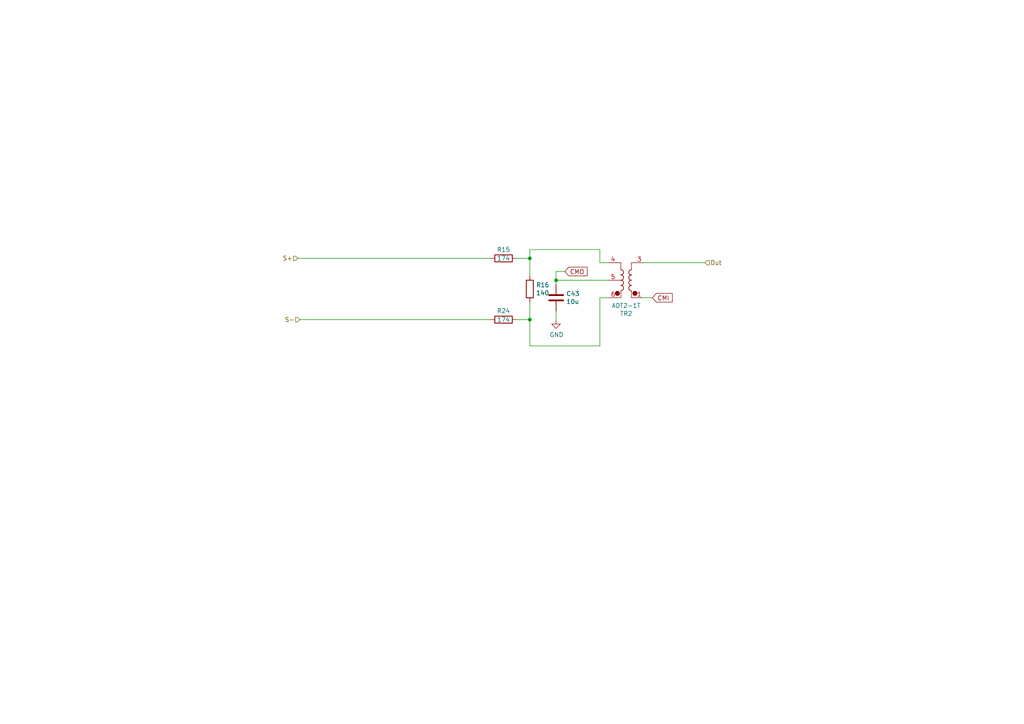
<source format=kicad_sch>
(kicad_sch (version 20211123) (generator eeschema)
  (paper "A4")
  (lib_symbols
    (symbol "Device:C" (pin_numbers hide) (pin_names (offset 0.254))
      (property "Reference" "C" (at 0.635 2.54 0))
      (property "Value" "C" (at 0.635 -2.54 0))
      (symbol "C_0_1"
        (polyline (pts (xy -2.032 -0.762) (xy 2.032 -0.762)) (stroke (width 0.508)))
        (polyline (pts (xy -2.032 0.762) (xy 2.032 0.762)) (stroke (width 0.508)))
      )
      (symbol "C_1_1"
        (pin passive line (at 0 3.81 270) (length 2.794) (name "~") (number "1"))
        (pin passive line (at 0 -3.81 90) (length 2.794) (name "~") (number "2"))
      )
    )
    (symbol "Device:R" (pin_numbers hide) (pin_names (offset 0))
      (property "Reference" "R" (at 2.032 0 90))
      (property "Value" "R" (at 0 0 90))
      (symbol "R_0_1"
        (rectangle (start -1.016 -2.54) (end 1.016 2.54) (stroke (width 0.254)))
      )
      (symbol "R_1_1"
        (pin passive line (at 0 3.81 270) (length 1.27) (name "~") (number "1"))
        (pin passive line (at 0 -3.81 90) (length 1.27) (name "~") (number "2"))
      )
    )
    (symbol "LibPersoNadj:ADT2-1T" (pin_names hide)
      (property "Reference" "TR" (at 0 -6.35 0))
      (property "Value" "LibPersoNadj_ADT2-1T" (at 0 6.985 0))
      (symbol "ADT2-1T_0_1"
        (circle (center -2.54 3.81) (radius 0.635) (fill (type outline)))
        (arc (start -1.524 -3.048) (mid -0.762 -2.286) (end -1.524 -1.524) (stroke (width 0.2032)))
        (arc (start -1.524 -1.524) (mid -0.762 -0.762) (end -1.524 0) (stroke (width 0.2032)))
        (arc (start -1.524 0) (mid -0.762 0.762) (end -1.524 1.524) (stroke (width 0.2032)))
        (arc (start -1.524 1.524) (mid -0.762 2.286) (end -1.524 3.048) (stroke (width 0.2032)))
        (polyline (pts (xy 2.54 0) (xy 1.27 0)) (stroke (width 0.1524)))
        (polyline (pts (xy -2.54 -5.08) (xy -1.524 -5.08) (xy -1.524 -3.048)) (stroke (width 0.1524)))
        (polyline (pts (xy -1.524 3.048) (xy -1.524 5.08) (xy -2.54 5.08)) (stroke (width 0.1524)))
        (polyline (pts (xy 1.524 -3.048) (xy 1.524 -5.08) (xy 2.54 -5.08)) (stroke (width 0.1524)))
        (polyline (pts (xy 2.54 5.08) (xy 1.524 5.08) (xy 1.524 3.048)) (stroke (width 0.1524)))
        (arc (start 1.524 -1.524) (mid 0.762 -2.286) (end 1.524 -3.048) (stroke (width 0.2032)))
        (arc (start 1.524 0) (mid 0.762 -0.762) (end 1.524 -1.524) (stroke (width 0.2032)))
        (arc (start 1.524 1.524) (mid 0.762 0.762) (end 1.524 0) (stroke (width 0.2032)))
        (arc (start 1.524 3.048) (mid 0.762 2.286) (end 1.524 1.524) (stroke (width 0.2032)))
        (circle (center 2.54 3.81) (radius 0.635) (fill (type outline)))
      )
      (symbol "ADT2-1T_1_1"
        (pin passive line (at -5.08 5.08 0) (length 2.54) (name "~") (number "1"))
        (pin no_connect line (at -2.54 0 0) (length 2.54) hide (name "~") (number "2"))
        (pin passive line (at -5.08 -5.08 0) (length 2.54) (name "~") (number "3"))
        (pin passive line (at 5.08 -5.08 180) (length 2.54) (name "~") (number "4"))
        (pin passive line (at 5.08 0 180) (length 2.54) (name "~") (number "5"))
        (pin passive line (at 5.08 5.08 180) (length 2.54) (name "~") (number "6"))
      )
    )
    (symbol "power:GND" (power) (pin_names (offset 0))
      (property "Value" "GND" (at 0 -3.81 0))
      (symbol "GND_0_1"
        (polyline (pts (xy 0 0) (xy 0 -1.27) (xy 1.27 -1.27) (xy 0 -2.54) (xy -1.27 -1.27) (xy 0 -1.27)))
      )
      (symbol "GND_1_1"
        (pin power_in line (at 0 0 270) (length 0) hide (name "GND") (number "1"))
      )
    )
  )
  (junction (at 153.67 92.71))
  (junction (at 161.29 81.28))
  (junction (at 153.67 74.93))
  (wire (pts (xy 153.67 80.01) (xy 153.67 74.93)))
  (wire (pts (xy 153.67 100.33) (xy 153.67 92.71)))
  (wire (pts (xy 153.67 72.39) (xy 153.67 74.93)))
  (wire (pts (xy 153.67 87.63) (xy 153.67 92.71)))
  (wire (pts (xy 153.67 100.33) (xy 173.99 100.33)))
  (wire (pts (xy 173.99 86.36) (xy 176.53 86.36)))
  (wire (pts (xy 153.67 74.93) (xy 149.86 74.93)))
  (wire (pts (xy 186.69 86.36) (xy 189.23 86.36)))
  (wire (pts (xy 153.67 72.39) (xy 173.99 72.39)))
  (wire (pts (xy 161.29 90.17) (xy 161.29 92.71)))
  (wire (pts (xy 186.69 76.2) (xy 204.47 76.2)))
  (wire (pts (xy 161.29 81.28) (xy 161.29 82.55)))
  (wire (pts (xy 161.29 78.74) (xy 161.29 81.28)))
  (wire (pts (xy 173.99 72.39) (xy 173.99 76.2)))
  (wire (pts (xy 163.83 78.74) (xy 161.29 78.74)))
  (wire (pts (xy 86.36 74.93) (xy 142.24 74.93)))
  (wire (pts (xy 153.67 92.71) (xy 149.86 92.71)))
  (wire (pts (xy 86.995 92.71) (xy 142.24 92.71)))
  (wire (pts (xy 173.99 86.36) (xy 173.99 100.33)))
  (wire (pts (xy 161.29 81.28) (xy 176.53 81.28)))
  (wire (pts (xy 173.99 76.2) (xy 176.53 76.2)))
  (global_label "CMI" (shape input) (at 189.23 86.36 0) (property "Références Inter-Feuilles" "${INTERSHEET_REFS}" (effects hide)))
  (global_label "CMO" (shape input) (at 163.83 78.74 0) (property "Références Inter-Feuilles" "${INTERSHEET_REFS}" (effects hide)))
  (hierarchical_label "S+" (shape input) (at 86.36 74.93 180))
  (hierarchical_label "Out" (shape input) (at 204.47 76.2 0))
  (hierarchical_label "S-" (shape input) (at 86.995 92.71 180))
  (symbol (lib_id "Device:R") (at 153.67 83.82 180)
    (property "Reference" "R16" (at 155.448 82.6516 0) (effects (justify right)))
    (property "Value" "140" (at 155.448 84.963 0) (effects (justify right)))
    (property "Footprint" "Resistor_SMD:R_0603_1608Metric_Pad0.98x0.95mm_HandSolder" (effects hide))
  )
  (symbol (lib_id "Device:R") (at 146.05 74.93 270)
    (property "Reference" "R15" (at 146.05 72.39 90))
    (property "Value" "174" (at 146.05 74.93 90))
    (property "Footprint" "Resistor_SMD:R_0603_1608Metric_Pad0.98x0.95mm_HandSolder" (effects hide))
  )
  (symbol (lib_id "Device:C") (at 161.29 86.36 0)
    (property "Reference" "C43" (at 164.211 85.1916 0) (effects (justify left)))
    (property "Value" "10u" (at 164.211 87.503 0) (effects (justify left)))
    (property "Footprint" "Capacitor_SMD:C_0603_1608Metric_Pad1.08x0.95mm_HandSolder" (effects hide))
  )
  (symbol (lib_id "LibPersoNadj:ADT2-1T") (at 181.61 81.28 180)
    (property "Reference" "TR2" (at 181.61 90.9574 0))
    (property "Value" "ADT2-1T" (at 181.61 88.646 0))
    (property "Footprint" "RF_Mini-Circuits:Mini-Circuits_CD542_H2.84mm" (effects hide))
    (property "Datasheet" "https://www.minicircuits.com/pdfs/ADT2-1T+.pdf" (effects hide))
  )
  (symbol (lib_id "power:GND") (at 161.29 92.71 0)
    (property "Reference" "#PWR0139" (effects hide))
    (property "Value" "GND" (at 161.417 97.1042 0))
  )
  (symbol (lib_id "Device:R") (at 146.05 92.71 270)
    (property "Reference" "R24" (at 146.05 90.17 90))
    (property "Value" "174" (at 146.05 92.71 90))
    (property "Footprint" "Resistor_SMD:R_0603_1608Metric_Pad0.98x0.95mm_HandSolder" (effects hide))
  )
)
</source>
